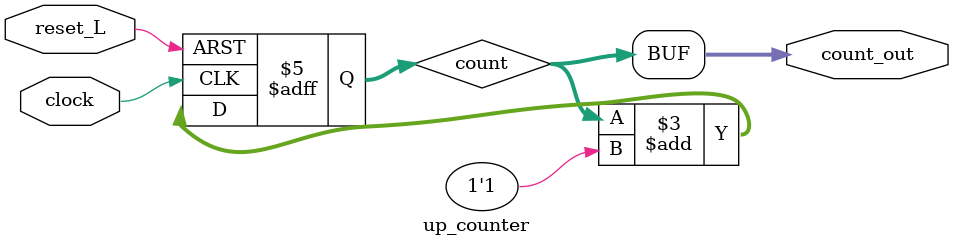
<source format=v>
`timescale 1ns / 1ps


module up_counter(
input clock,
input reset_L,
output [3:0] count_out
    );
    reg [3:0] count = 'b0;
    assign count_out = count;
    
    always @ (posedge clock, negedge reset_L)
    begin
    if(!reset_L)
    count <= 'b0;
    else
    count <= count + 1'b1;
    end
endmodule

</source>
